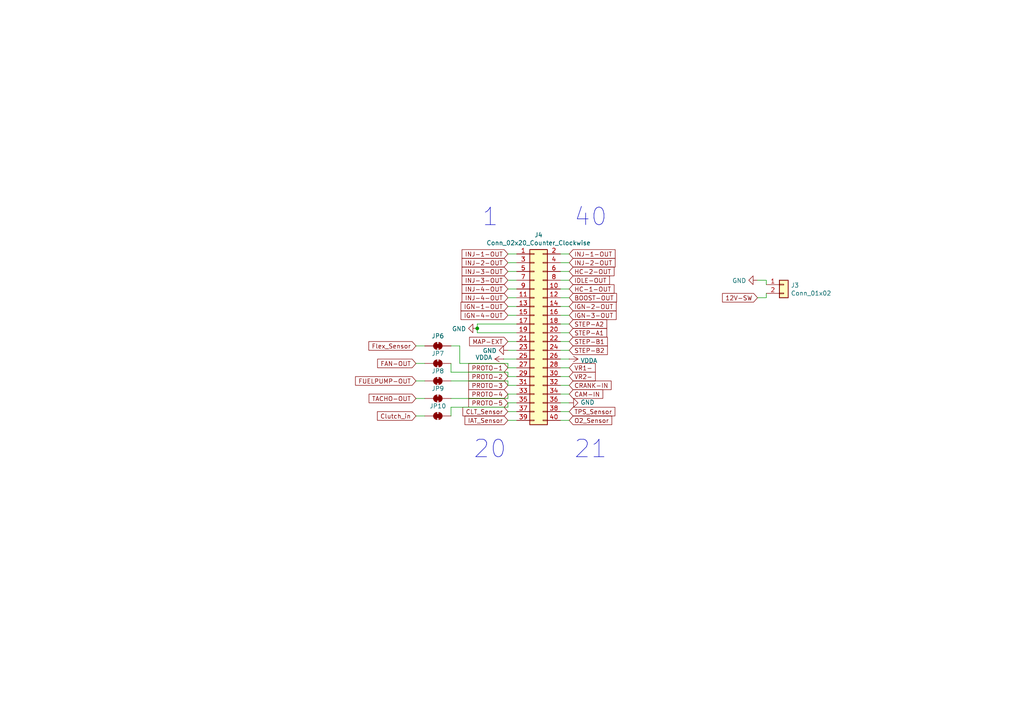
<source format=kicad_sch>
(kicad_sch (version 20250114) (generator "eeschema") (generator_version "9.0")
  (paper "A4")
  (title_block (title "0.4") (date "2021-03-27") (rev "4d") (company "Speeduino"))
  (lib_symbols
    (symbol "Connector_Generic:Conn_01x02" (pin_names (offset 1.016) (hide yes))
      (property "Reference" "J" (at 0 2.54 0))
      (property "Value" "Conn_01x02" (at 0 -5.08 0))
      (symbol "Conn_01x02_1_1"
        (rectangle (start -1.27 1.27) (end 1.27 -3.81) (stroke (width 0.254)) (fill (type background)))
        (rectangle (start -1.27 0.127) (end 0 -0.127) (stroke (width 0.1524)))
        (rectangle (start -1.27 -2.413) (end 0 -2.667) (stroke (width 0.1524)))
        (pin passive line (at -5.08 0 0) (length 3.81) (name "Pin_1") (number "1"))
        (pin passive line (at -5.08 -2.54 0) (length 3.81) (name "Pin_2") (number "2"))
      )
    )
    (symbol "Connector_Generic:Conn_02x20_Odd_Even" (pin_names (offset 1.016) (hide yes))
      (property "Reference" "J" (at 1.27 25.4 0))
      (property "Value" "Conn_02x20_Odd_Even" (at 1.27 -27.94 0))
      (symbol "Conn_02x20_Odd_Even_1_1"
        (rectangle (start -1.27 24.13) (end 3.81 -26.67) (stroke (width 0.254)) (fill (type background)))
        (rectangle (start -1.27 22.987) (end 0 22.733) (stroke (width 0.1524)))
        (rectangle (start -1.27 20.447) (end 0 20.193) (stroke (width 0.1524)))
        (rectangle (start -1.27 17.907) (end 0 17.653) (stroke (width 0.1524)))
        (rectangle (start -1.27 15.367) (end 0 15.113) (stroke (width 0.1524)))
        (rectangle (start -1.27 12.827) (end 0 12.573) (stroke (width 0.1524)))
        (rectangle (start -1.27 10.287) (end 0 10.033) (stroke (width 0.1524)))
        (rectangle (start -1.27 7.747) (end 0 7.493) (stroke (width 0.1524)))
        (rectangle (start -1.27 5.207) (end 0 4.953) (stroke (width 0.1524)))
        (rectangle (start -1.27 2.667) (end 0 2.413) (stroke (width 0.1524)))
        (rectangle (start -1.27 0.127) (end 0 -0.127) (stroke (width 0.1524)))
        (rectangle (start -1.27 -2.413) (end 0 -2.667) (stroke (width 0.1524)))
        (rectangle (start -1.27 -4.953) (end 0 -5.207) (stroke (width 0.1524)))
        (rectangle (start -1.27 -7.493) (end 0 -7.747) (stroke (width 0.1524)))
        (rectangle (start -1.27 -10.033) (end 0 -10.287) (stroke (width 0.1524)))
        (rectangle (start -1.27 -12.573) (end 0 -12.827) (stroke (width 0.1524)))
        (rectangle (start -1.27 -15.113) (end 0 -15.367) (stroke (width 0.1524)))
        (rectangle (start -1.27 -17.653) (end 0 -17.907) (stroke (width 0.1524)))
        (rectangle (start -1.27 -20.193) (end 0 -20.447) (stroke (width 0.1524)))
        (rectangle (start -1.27 -22.733) (end 0 -22.987) (stroke (width 0.1524)))
        (rectangle (start -1.27 -25.273) (end 0 -25.527) (stroke (width 0.1524)))
        (rectangle (start 3.81 22.987) (end 2.54 22.733) (stroke (width 0.1524)))
        (rectangle (start 3.81 20.447) (end 2.54 20.193) (stroke (width 0.1524)))
        (rectangle (start 3.81 17.907) (end 2.54 17.653) (stroke (width 0.1524)))
        (rectangle (start 3.81 15.367) (end 2.54 15.113) (stroke (width 0.1524)))
        (rectangle (start 3.81 12.827) (end 2.54 12.573) (stroke (width 0.1524)))
        (rectangle (start 3.81 10.287) (end 2.54 10.033) (stroke (width 0.1524)))
        (rectangle (start 3.81 7.747) (end 2.54 7.493) (stroke (width 0.1524)))
        (rectangle (start 3.81 5.207) (end 2.54 4.953) (stroke (width 0.1524)))
        (rectangle (start 3.81 2.667) (end 2.54 2.413) (stroke (width 0.1524)))
        (rectangle (start 3.81 0.127) (end 2.54 -0.127) (stroke (width 0.1524)))
        (rectangle (start 3.81 -2.413) (end 2.54 -2.667) (stroke (width 0.1524)))
        (rectangle (start 3.81 -4.953) (end 2.54 -5.207) (stroke (width 0.1524)))
        (rectangle (start 3.81 -7.493) (end 2.54 -7.747) (stroke (width 0.1524)))
        (rectangle (start 3.81 -10.033) (end 2.54 -10.287) (stroke (width 0.1524)))
        (rectangle (start 3.81 -12.573) (end 2.54 -12.827) (stroke (width 0.1524)))
        (rectangle (start 3.81 -15.113) (end 2.54 -15.367) (stroke (width 0.1524)))
        (rectangle (start 3.81 -17.653) (end 2.54 -17.907) (stroke (width 0.1524)))
        (rectangle (start 3.81 -20.193) (end 2.54 -20.447) (stroke (width 0.1524)))
        (rectangle (start 3.81 -22.733) (end 2.54 -22.987) (stroke (width 0.1524)))
        (rectangle (start 3.81 -25.273) (end 2.54 -25.527) (stroke (width 0.1524)))
        (pin passive line (at -5.08 22.86 0) (length 3.81) (name "Pin_1") (number "1"))
        (pin passive line (at -5.08 20.32 0) (length 3.81) (name "Pin_3") (number "3"))
        (pin passive line (at -5.08 17.78 0) (length 3.81) (name "Pin_5") (number "5"))
        (pin passive line (at -5.08 15.24 0) (length 3.81) (name "Pin_7") (number "7"))
        (pin passive line (at -5.08 12.7 0) (length 3.81) (name "Pin_9") (number "9"))
        (pin passive line (at -5.08 10.16 0) (length 3.81) (name "Pin_11") (number "11"))
        (pin passive line (at -5.08 7.62 0) (length 3.81) (name "Pin_13") (number "13"))
        (pin passive line (at -5.08 5.08 0) (length 3.81) (name "Pin_15") (number "15"))
        (pin passive line (at -5.08 2.54 0) (length 3.81) (name "Pin_17") (number "17"))
        (pin passive line (at -5.08 0 0) (length 3.81) (name "Pin_19") (number "19"))
        (pin passive line (at -5.08 -2.54 0) (length 3.81) (name "Pin_21") (number "21"))
        (pin passive line (at -5.08 -5.08 0) (length 3.81) (name "Pin_23") (number "23"))
        (pin passive line (at -5.08 -7.62 0) (length 3.81) (name "Pin_25") (number "25"))
        (pin passive line (at -5.08 -10.16 0) (length 3.81) (name "Pin_27") (number "27"))
        (pin passive line (at -5.08 -12.7 0) (length 3.81) (name "Pin_29") (number "29"))
        (pin passive line (at -5.08 -15.24 0) (length 3.81) (name "Pin_31") (number "31"))
        (pin passive line (at -5.08 -17.78 0) (length 3.81) (name "Pin_33") (number "33"))
        (pin passive line (at -5.08 -20.32 0) (length 3.81) (name "Pin_35") (number "35"))
        (pin passive line (at -5.08 -22.86 0) (length 3.81) (name "Pin_37") (number "37"))
        (pin passive line (at -5.08 -25.4 0) (length 3.81) (name "Pin_39") (number "39"))
        (pin passive line (at 7.62 22.86 180) (length 3.81) (name "Pin_2") (number "2"))
        (pin passive line (at 7.62 20.32 180) (length 3.81) (name "Pin_4") (number "4"))
        (pin passive line (at 7.62 17.78 180) (length 3.81) (name "Pin_6") (number "6"))
        (pin passive line (at 7.62 15.24 180) (length 3.81) (name "Pin_8") (number "8"))
        (pin passive line (at 7.62 12.7 180) (length 3.81) (name "Pin_10") (number "10"))
        (pin passive line (at 7.62 10.16 180) (length 3.81) (name "Pin_12") (number "12"))
        (pin passive line (at 7.62 7.62 180) (length 3.81) (name "Pin_14") (number "14"))
        (pin passive line (at 7.62 5.08 180) (length 3.81) (name "Pin_16") (number "16"))
        (pin passive line (at 7.62 2.54 180) (length 3.81) (name "Pin_18") (number "18"))
        (pin passive line (at 7.62 0 180) (length 3.81) (name "Pin_20") (number "20"))
        (pin passive line (at 7.62 -2.54 180) (length 3.81) (name "Pin_22") (number "22"))
        (pin passive line (at 7.62 -5.08 180) (length 3.81) (name "Pin_24") (number "24"))
        (pin passive line (at 7.62 -7.62 180) (length 3.81) (name "Pin_26") (number "26"))
        (pin passive line (at 7.62 -10.16 180) (length 3.81) (name "Pin_28") (number "28"))
        (pin passive line (at 7.62 -12.7 180) (length 3.81) (name "Pin_30") (number "30"))
        (pin passive line (at 7.62 -15.24 180) (length 3.81) (name "Pin_32") (number "32"))
        (pin passive line (at 7.62 -17.78 180) (length 3.81) (name "Pin_34") (number "34"))
        (pin passive line (at 7.62 -20.32 180) (length 3.81) (name "Pin_36") (number "36"))
        (pin passive line (at 7.62 -22.86 180) (length 3.81) (name "Pin_38") (number "38"))
        (pin passive line (at 7.62 -25.4 180) (length 3.81) (name "Pin_40") (number "40"))
      )
    )
    (symbol "Jumper:SolderJumper_2_Bridged" (pin_numbers (hide yes)) (pin_names (offset 0) (hide yes)) (in_bom no)
      (property "Reference" "JP" (at 0 2.032 0))
      (property "Value" "SolderJumper_2_Bridged" (at 0 -2.54 0))
      (symbol "SolderJumper_2_Bridged_0_1"
        (rectangle (start -0.508 0.508) (end 0.508 -0.508) (fill (type outline)))
        (polyline (pts (xy -0.254 1.016) (xy -0.254 -1.016)))
        (arc (start -0.254 -1.016) (mid -1.2656 0) (end -0.254 1.016))
        (arc (start -0.254 -1.016) (mid -1.2656 0) (end -0.254 1.016) (fill (type outline)))
        (arc (start 0.254 1.016) (mid 1.2656 0) (end 0.254 -1.016))
        (arc (start 0.254 1.016) (mid 1.2656 0) (end 0.254 -1.016) (fill (type outline)))
        (polyline (pts (xy 0.254 1.016) (xy 0.254 -1.016)))
      )
      (symbol "SolderJumper_2_Bridged_1_1"
        (pin passive line (at -3.81 0 0) (length 2.54) (name "A") (number "1"))
        (pin passive line (at 3.81 0 180) (length 2.54) (name "B") (number "2"))
      )
    )
    (symbol "power:GND" (power) (pin_numbers (hide yes)) (pin_names (offset 0) (hide yes))
      (property "Value" "GND" (at 0 -3.81 0))
      (symbol "GND_0_1"
        (polyline (pts (xy 0 0) (xy 0 -1.27) (xy 1.27 -1.27) (xy 0 -2.54) (xy -1.27 -1.27) (xy 0 -1.27)))
      )
      (symbol "GND_1_1"
        (pin power_in line (at 0 0 270) (length 0) (name "~") (number "1"))
      )
    )
    (symbol "power:VDDA" (power) (pin_numbers (hide yes)) (pin_names (offset 0) (hide yes))
      (property "Value" "VDDA" (at 0 3.556 0))
      (symbol "VDDA_0_1"
        (polyline (pts (xy -0.762 1.27) (xy 0 2.54)))
        (polyline (pts (xy 0 2.54) (xy 0.762 1.27)))
        (polyline (pts (xy 0 0) (xy 0 2.54)))
      )
      (symbol "VDDA_1_1"
        (pin power_in line (at 0 0 90) (length 0) (name "~") (number "1"))
      )
    )
  )
  (text "40" (at 166.37 66.04 0) (effects (font (size 5.08 5.08)) (justify left bottom)))
  (text "1" (at 139.7 66.04 0) (effects (font (size 5.08 5.08)) (justify left bottom)))
  (text "21" (at 166.37 133.35 0) (effects (font (size 5.08 5.08)) (justify left bottom)))
  (text "20" (at 137.16 133.35 0) (effects (font (size 5.08 5.08)) (justify left bottom)))
  (junction (at 138.43 95.25))
  (wire (pts (xy 149.86 116.84) (xy 147.32 116.84)))
  (wire (pts (xy 138.43 96.52) (xy 138.43 95.25)))
  (wire (pts (xy 147.32 73.66) (xy 149.86 73.66)))
  (wire (pts (xy 133.35 105.41) (xy 147.32 105.41)))
  (wire (pts (xy 120.65 115.57) (xy 123.19 115.57)))
  (wire (pts (xy 149.86 114.3) (xy 147.32 114.3)))
  (wire (pts (xy 162.56 116.84) (xy 165.1 116.84)))
  (wire (pts (xy 133.35 100.33) (xy 133.35 105.41)))
  (wire (pts (xy 149.86 81.28) (xy 147.32 81.28)))
  (wire (pts (xy 222.25 86.36) (xy 222.25 85.09)))
  (wire (pts (xy 149.86 119.38) (xy 147.32 119.38)))
  (wire (pts (xy 149.86 86.36) (xy 147.32 86.36)))
  (wire (pts (xy 147.32 78.74) (xy 149.86 78.74)))
  (wire (pts (xy 147.32 99.06) (xy 149.86 99.06)))
  (wire (pts (xy 147.32 101.6) (xy 149.86 101.6)))
  (wire (pts (xy 149.86 96.52) (xy 138.43 96.52)))
  (wire (pts (xy 165.1 119.38) (xy 162.56 119.38)))
  (wire (pts (xy 149.86 109.22) (xy 147.32 109.22)))
  (wire (pts (xy 120.65 110.49) (xy 123.19 110.49)))
  (wire (pts (xy 147.32 110.49) (xy 147.32 111.76)))
  (wire (pts (xy 162.56 121.92) (xy 165.1 121.92)))
  (wire (pts (xy 165.1 104.14) (xy 162.56 104.14)))
  (wire (pts (xy 162.56 73.66) (xy 165.1 73.66)))
  (wire (pts (xy 149.86 93.98) (xy 138.43 93.98)))
  (wire (pts (xy 130.81 118.11) (xy 147.32 118.11)))
  (wire (pts (xy 162.56 96.52) (xy 165.1 96.52)))
  (wire (pts (xy 130.81 120.65) (xy 130.81 118.11)))
  (wire (pts (xy 147.32 88.9) (xy 149.86 88.9)))
  (wire (pts (xy 165.1 88.9) (xy 162.56 88.9)))
  (wire (pts (xy 149.86 76.2) (xy 147.32 76.2)))
  (wire (pts (xy 165.1 99.06) (xy 162.56 99.06)))
  (wire (pts (xy 130.81 110.49) (xy 147.32 110.49)))
  (wire (pts (xy 147.32 118.11) (xy 147.32 116.84)))
  (wire (pts (xy 120.65 105.41) (xy 123.19 105.41)))
  (wire (pts (xy 162.56 111.76) (xy 165.1 111.76)))
  (wire (pts (xy 222.25 81.28) (xy 222.25 82.55)))
  (wire (pts (xy 165.1 76.2) (xy 162.56 76.2)))
  (wire (pts (xy 138.43 93.98) (xy 138.43 95.25)))
  (wire (pts (xy 147.32 107.95) (xy 147.32 109.22)))
  (wire (pts (xy 165.1 114.3) (xy 162.56 114.3)))
  (wire (pts (xy 147.32 121.92) (xy 149.86 121.92)))
  (wire (pts (xy 120.65 100.33) (xy 123.19 100.33)))
  (wire (pts (xy 146.05 104.14) (xy 149.86 104.14)))
  (wire (pts (xy 162.56 78.74) (xy 165.1 78.74)))
  (wire (pts (xy 162.56 101.6) (xy 165.1 101.6)))
  (wire (pts (xy 165.1 93.98) (xy 162.56 93.98)))
  (wire (pts (xy 219.71 86.36) (xy 222.25 86.36)))
  (wire (pts (xy 147.32 106.68) (xy 149.86 106.68)))
  (wire (pts (xy 130.81 100.33) (xy 133.35 100.33)))
  (wire (pts (xy 165.1 86.36) (xy 162.56 86.36)))
  (wire (pts (xy 162.56 106.68) (xy 165.1 106.68)))
  (wire (pts (xy 165.1 83.82) (xy 162.56 83.82)))
  (wire (pts (xy 219.71 81.28) (xy 222.25 81.28)))
  (wire (pts (xy 120.65 120.65) (xy 123.19 120.65)))
  (wire (pts (xy 165.1 109.22) (xy 162.56 109.22)))
  (wire (pts (xy 149.86 91.44) (xy 147.32 91.44)))
  (wire (pts (xy 147.32 111.76) (xy 149.86 111.76)))
  (wire (pts (xy 147.32 83.82) (xy 149.86 83.82)))
  (wire (pts (xy 162.56 81.28) (xy 165.1 81.28)))
  (wire (pts (xy 130.81 107.95) (xy 147.32 107.95)))
  (wire (pts (xy 130.81 105.41) (xy 130.81 107.95)))
  (wire (pts (xy 147.32 105.41) (xy 147.32 106.68)))
  (wire (pts (xy 147.32 115.57) (xy 147.32 114.3)))
  (wire (pts (xy 162.56 91.44) (xy 165.1 91.44)))
  (wire (pts (xy 130.81 115.57) (xy 147.32 115.57)))
  (global_label "TPS_Sensor" (shape input) (at 165.1 119.38 0) (property "Intersheetrefs" "${INTERSHEET_REFS}" (effects (hide yes))))
  (global_label "CAM-IN" (shape input) (at 165.1 114.3 0) (property "Intersheetrefs" "${INTERSHEET_REFS}" (effects (hide yes))))
  (global_label "IAT_Sensor" (shape input) (at 147.32 121.92 180) (property "Intersheetrefs" "${INTERSHEET_REFS}" (effects (hide yes))))
  (global_label "INJ-2-OUT" (shape input) (at 165.1 76.2 0) (property "Intersheetrefs" "${INTERSHEET_REFS}" (effects (hide yes))))
  (global_label "STEP-A2" (shape input) (at 165.1 93.98 0) (property "Intersheetrefs" "${INTERSHEET_REFS}" (effects (hide yes))))
  (global_label "INJ-1-OUT" (shape input) (at 147.32 73.66 180) (property "Intersheetrefs" "${INTERSHEET_REFS}" (effects (hide yes))))
  (global_label "IGN-2-OUT" (shape input) (at 165.1 88.9 0) (property "Intersheetrefs" "${INTERSHEET_REFS}" (effects (hide yes))))
  (global_label "INJ-1-OUT" (shape input) (at 165.1 73.66 0) (property "Intersheetrefs" "${INTERSHEET_REFS}" (effects (hide yes))))
  (global_label "HC-2-OUT" (shape input) (at 165.1 78.74 0) (property "Intersheetrefs" "${INTERSHEET_REFS}" (effects (hide yes))))
  (global_label "HC-1-OUT" (shape input) (at 165.1 83.82 0) (property "Intersheetrefs" "${INTERSHEET_REFS}" (effects (hide yes))))
  (global_label "12V-SW" (shape input) (at 219.71 86.36 180) (property "Intersheetrefs" "${INTERSHEET_REFS}" (effects (hide yes))))
  (global_label "INJ-2-OUT" (shape input) (at 147.32 76.2 180) (property "Intersheetrefs" "${INTERSHEET_REFS}" (effects (hide yes))))
  (global_label "INJ-3-OUT" (shape input) (at 147.32 78.74 180) (property "Intersheetrefs" "${INTERSHEET_REFS}" (effects (hide yes))))
  (global_label "STEP-B1" (shape input) (at 165.1 99.06 0) (property "Intersheetrefs" "${INTERSHEET_REFS}" (effects (hide yes))))
  (global_label "STEP-A1" (shape input) (at 165.1 96.52 0) (property "Intersheetrefs" "${INTERSHEET_REFS}" (effects (hide yes))))
  (global_label "Clutch_in" (shape input) (at 120.65 120.65 180) (property "Intersheetrefs" "${INTERSHEET_REFS}" (effects (hide yes))))
  (global_label "IDLE-OUT" (shape input) (at 165.1 81.28 0) (property "Intersheetrefs" "${INTERSHEET_REFS}" (effects (hide yes))))
  (global_label "IGN-1-OUT" (shape input) (at 147.32 88.9 180) (property "Intersheetrefs" "${INTERSHEET_REFS}" (effects (hide yes))))
  (global_label "FAN-OUT" (shape input) (at 120.65 105.41 180) (property "Intersheetrefs" "${INTERSHEET_REFS}" (effects (hide yes))))
  (global_label "STEP-B2" (shape input) (at 165.1 101.6 0) (property "Intersheetrefs" "${INTERSHEET_REFS}" (effects (hide yes))))
  (global_label "PROTO-1" (shape input) (at 147.32 106.68 180) (property "Intersheetrefs" "${INTERSHEET_REFS}" (effects (hide yes))))
  (global_label "Flex_Sensor" (shape input) (at 120.65 100.33 180) (property "Intersheetrefs" "${INTERSHEET_REFS}" (effects (hide yes))))
  (global_label "VR2-" (shape input) (at 165.1 109.22 0) (property "Intersheetrefs" "${INTERSHEET_REFS}" (effects (hide yes))))
  (global_label "PROTO-4" (shape input) (at 147.32 114.3 180) (property "Intersheetrefs" "${INTERSHEET_REFS}" (effects (hide yes))))
  (global_label "INJ-4-OUT" (shape input) (at 147.32 83.82 180) (property "Intersheetrefs" "${INTERSHEET_REFS}" (effects (hide yes))))
  (global_label "FUELPUMP-OUT" (shape input) (at 120.65 110.49 180) (property "Intersheetrefs" "${INTERSHEET_REFS}" (effects (hide yes))))
  (global_label "O2_Sensor" (shape input) (at 165.1 121.92 0) (property "Intersheetrefs" "${INTERSHEET_REFS}" (effects (hide yes))))
  (global_label "CLT_Sensor" (shape input) (at 147.32 119.38 180) (property "Intersheetrefs" "${INTERSHEET_REFS}" (effects (hide yes))))
  (global_label "PROTO-2" (shape input) (at 147.32 109.22 180) (property "Intersheetrefs" "${INTERSHEET_REFS}" (effects (hide yes))))
  (global_label "VR1-" (shape input) (at 165.1 106.68 0) (property "Intersheetrefs" "${INTERSHEET_REFS}" (effects (hide yes))))
  (global_label "CRANK-IN" (shape input) (at 165.1 111.76 0) (property "Intersheetrefs" "${INTERSHEET_REFS}" (effects (hide yes))))
  (global_label "IGN-3-OUT" (shape input) (at 165.1 91.44 0) (property "Intersheetrefs" "${INTERSHEET_REFS}" (effects (hide yes))))
  (global_label "MAP-EXT" (shape input) (at 147.32 99.06 180) (property "Intersheetrefs" "${INTERSHEET_REFS}" (effects (hide yes))))
  (global_label "INJ-4-OUT" (shape input) (at 147.32 86.36 180) (property "Intersheetrefs" "${INTERSHEET_REFS}" (effects (hide yes))))
  (global_label "IGN-4-OUT" (shape input) (at 147.32 91.44 180) (property "Intersheetrefs" "${INTERSHEET_REFS}" (effects (hide yes))))
  (global_label "PROTO-5" (shape input) (at 147.32 116.84 180) (property "Intersheetrefs" "${INTERSHEET_REFS}" (effects (hide yes))))
  (global_label "PROTO-3" (shape input) (at 147.32 111.76 180) (property "Intersheetrefs" "${INTERSHEET_REFS}" (effects (hide yes))))
  (global_label "BOOST-OUT" (shape input) (at 165.1 86.36 0) (property "Intersheetrefs" "${INTERSHEET_REFS}" (effects (hide yes))))
  (global_label "TACHO-OUT" (shape input) (at 120.65 115.57 180) (property "Intersheetrefs" "${INTERSHEET_REFS}" (effects (hide yes))))
  (global_label "INJ-3-OUT" (shape input) (at 147.32 81.28 180) (property "Intersheetrefs" "${INTERSHEET_REFS}" (effects (hide yes))))
  (symbol (lib_id "power:GND") (at 138.43 95.25 270) (unit 1)
    (property "Reference" "#PWR051" (effects (hide yes)))
    (property "Value" "GND" (at 135.1788 95.377 90) (effects (justify right)))
  )
  (symbol (lib_id "power:GND") (at 165.1 116.84 90) (unit 1)
    (property "Reference" "#PWR055" (effects (hide yes)))
    (property "Value" "GND" (at 168.3512 116.713 90) (effects (justify right)))
  )
  (symbol (lib_id "Connector_Generic:Conn_02x20_Odd_Even") (at 154.94 96.52 0) (unit 1)
    (property "Reference" "J4" (at 156.21 68.1482 0))
    (property "Value" "Conn_02x20_Counter_Clockwise" (at 156.21 70.4596 0))
    (property "Footprint" "Connector_IDC:IDC-Header_2x20_P2.54mm_Vertical" (effects (hide yes)))
  )
  (symbol (lib_id "power:VDDA") (at 165.1 104.14 270) (unit 1)
    (property "Reference" "#PWR054" (effects (hide yes)))
    (property "Value" "VDDA" (at 168.3512 104.5972 90) (effects (justify left)))
  )
  (symbol (lib_id "power:GND") (at 147.32 101.6 270) (unit 1)
    (property "Reference" "#PWR053" (effects (hide yes)))
    (property "Value" "GND" (at 144.0688 101.727 90) (effects (justify right)))
  )
  (symbol (lib_id "power:VDDA") (at 146.05 104.14 90) (unit 1)
    (property "Reference" "#PWR052" (effects (hide yes)))
    (property "Value" "VDDA" (at 142.7988 103.6828 90) (effects (justify left)))
  )
  (symbol (lib_id "Connector_Generic:Conn_01x02") (at 227.33 82.55 0) (unit 1)
    (property "Reference" "J3" (at 229.362 82.7532 0) (effects (justify left)))
    (property "Value" "Conn_01x02" (at 229.362 85.0646 0) (effects (justify left)))
    (property "Footprint" "TerminalBlock_Phoenix:TerminalBlock_Phoenix_PT-1,5-2-5.0-H_1x02_P5.00mm_Horizontal" (effects (hide yes)))
  )
  (symbol (lib_id "power:GND") (at 219.71 81.28 270) (unit 1)
    (property "Reference" "#PWR0109" (effects (hide yes)))
    (property "Value" "GND" (at 216.4588 81.407 90) (effects (justify right)))
  )
  (symbol (lib_id "Jumper:SolderJumper_2_Bridged") (at 127 105.41 0) (unit 1)
    (property "Reference" "JP7" (at 127 102.5398 0))
    (property "Value" "SolderJumper_2_Bridged" (effects (hide yes)))
    (property "Footprint" "Jumper:SolderJumper-2_P1.3mm_Bridged_Pad1.0x1.5mm" (effects (hide yes)))
  )
  (symbol (lib_id "Jumper:SolderJumper_2_Bridged") (at 127 110.49 0) (unit 1)
    (property "Reference" "JP8" (at 127 107.6198 0))
    (property "Value" "SolderJumper_2_Bridged" (effects (hide yes)))
    (property "Footprint" "Jumper:SolderJumper-2_P1.3mm_Bridged_Pad1.0x1.5mm" (effects (hide yes)))
  )
  (symbol (lib_id "Jumper:SolderJumper_2_Bridged") (at 127 115.57 0) (unit 1)
    (property "Reference" "JP9" (at 127 112.6998 0))
    (property "Value" "SolderJumper_2_Bridged" (effects (hide yes)))
    (property "Footprint" "Jumper:SolderJumper-2_P1.3mm_Bridged_Pad1.0x1.5mm" (effects (hide yes)))
  )
  (symbol (lib_id "Jumper:SolderJumper_2_Bridged") (at 127 120.65 0) (unit 1)
    (property "Reference" "JP10" (at 127 117.7798 0))
    (property "Value" "SolderJumper_2_Bridged" (effects (hide yes)))
    (property "Footprint" "Jumper:SolderJumper-2_P1.3mm_Bridged_Pad1.0x1.5mm" (effects (hide yes)))
  )
  (symbol (lib_id "Jumper:SolderJumper_2_Bridged") (at 127 100.33 0) (unit 1)
    (property "Reference" "JP6" (at 127 97.4598 0))
    (property "Value" "SolderJumper_2_Bridged" (effects (hide yes)))
    (property "Footprint" "Jumper:SolderJumper-2_P1.3mm_Bridged_Pad1.0x1.5mm" (effects (hide yes)))
  )
)
</source>
